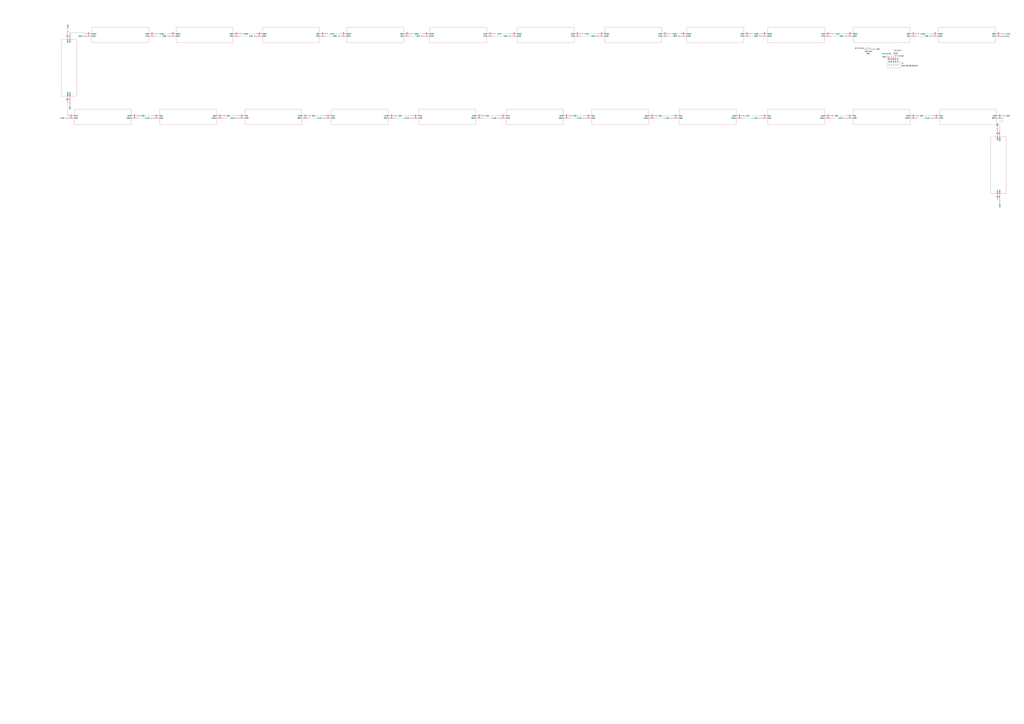
<source format=kicad_sch>
(kicad_sch (version 20250114) (generator "eeschema") (generator_version "9.0")
  (paper "A0")
  (lib_symbols
    (symbol "ANC_Symbols:5034800540" (pin_names (offset 0.254))
      (property "Reference" "J" (at 8.89 6.35 0))
      (property "Value" "5034800540" (at 0 0 0))
      (symbol "5034800540_1_1"
        (polyline (pts (xy 5.08 2.54) (xy 5.08 -12.7)) (stroke (width 0.127)))
        (polyline (pts (xy 5.08 -12.7) (xy 12.7 -12.7)) (stroke (width 0.127)))
        (polyline (pts (xy 10.16 0) (xy 5.08 0)) (stroke (width 0.127)))
        (polyline (pts (xy 10.16 0) (xy 8.89 0.8467)) (stroke (width 0.127)))
        (polyline (pts (xy 10.16 0) (xy 8.89 -0.8467)) (stroke (width 0.127)))
        (polyline (pts (xy 10.16 -2.54) (xy 5.08 -2.54)) (stroke (width 0.127)))
        (polyline (pts (xy 10.16 -2.54) (xy 8.89 -1.6933)) (stroke (width 0.127)))
        (polyline (pts (xy 10.16 -2.54) (xy 8.89 -3.3867)) (stroke (width 0.127)))
        (polyline (pts (xy 10.16 -5.08) (xy 5.08 -5.08)) (stroke (width 0.127)))
        (polyline (pts (xy 10.16 -5.08) (xy 8.89 -4.2333)) (stroke (width 0.127)))
        (polyline (pts (xy 10.16 -5.08) (xy 8.89 -5.9267)) (stroke (width 0.127)))
        (polyline (pts (xy 10.16 -7.62) (xy 5.08 -7.62)) (stroke (width 0.127)))
        (polyline (pts (xy 10.16 -7.62) (xy 8.89 -6.7733)) (stroke (width 0.127)))
        (polyline (pts (xy 10.16 -7.62) (xy 8.89 -8.4667)) (stroke (width 0.127)))
        (polyline (pts (xy 10.16 -10.16) (xy 5.08 -10.16)) (stroke (width 0.127)))
        (polyline (pts (xy 10.16 -10.16) (xy 8.89 -9.3133)) (stroke (width 0.127)))
        (polyline (pts (xy 10.16 -10.16) (xy 8.89 -11.0067)) (stroke (width 0.127)))
        (polyline (pts (xy 12.7 2.54) (xy 5.08 2.54)) (stroke (width 0.127)))
        (polyline (pts (xy 12.7 -12.7) (xy 12.7 2.54)) (stroke (width 0.127)))
        (pin unspecified line (at 0 0 0) (length 5.08) (name "1") (number "1"))
        (pin unspecified line (at 0 -2.54 0) (length 5.08) (name "2") (number "2"))
        (pin unspecified line (at 0 -5.08 0) (length 5.08) (name "3") (number "3"))
        (pin unspecified line (at 0 -7.62 0) (length 5.08) (name "4") (number "4"))
        (pin unspecified line (at 0 -10.16 0) (length 5.08) (name "5") (number "5"))
      )
      (symbol "5034800540_1_2"
        (polyline (pts (xy 5.08 2.54) (xy 5.08 -12.7)) (stroke (width 0.127)))
        (polyline (pts (xy 5.08 -12.7) (xy 12.7 -12.7)) (stroke (width 0.127)))
        (polyline (pts (xy 7.62 0) (xy 5.08 0)) (stroke (width 0.127)))
        (polyline (pts (xy 7.62 0) (xy 8.89 0.8467)) (stroke (width 0.127)))
        (polyline (pts (xy 7.62 0) (xy 8.89 -0.8467)) (stroke (width 0.127)))
        (polyline (pts (xy 7.62 -2.54) (xy 5.08 -2.54)) (stroke (width 0.127)))
        (polyline (pts (xy 7.62 -2.54) (xy 8.89 -1.6933)) (stroke (width 0.127)))
        (polyline (pts (xy 7.62 -2.54) (xy 8.89 -3.3867)) (stroke (width 0.127)))
        (polyline (pts (xy 7.62 -5.08) (xy 5.08 -5.08)) (stroke (width 0.127)))
        (polyline (pts (xy 7.62 -5.08) (xy 8.89 -4.2333)) (stroke (width 0.127)))
        (polyline (pts (xy 7.62 -5.08) (xy 8.89 -5.9267)) (stroke (width 0.127)))
        (polyline (pts (xy 7.62 -7.62) (xy 5.08 -7.62)) (stroke (width 0.127)))
        (polyline (pts (xy 7.62 -7.62) (xy 8.89 -6.7733)) (stroke (width 0.127)))
        (polyline (pts (xy 7.62 -7.62) (xy 8.89 -8.4667)) (stroke (width 0.127)))
        (polyline (pts (xy 7.62 -10.16) (xy 5.08 -10.16)) (stroke (width 0.127)))
        (polyline (pts (xy 7.62 -10.16) (xy 8.89 -9.3133)) (stroke (width 0.127)))
        (polyline (pts (xy 7.62 -10.16) (xy 8.89 -11.0067)) (stroke (width 0.127)))
        (polyline (pts (xy 12.7 2.54) (xy 5.08 2.54)) (stroke (width 0.127)))
        (polyline (pts (xy 12.7 -12.7) (xy 12.7 2.54)) (stroke (width 0.127)))
        (pin unspecified line (at 0 0 0) (length 5.08) (name "1") (number "1"))
        (pin unspecified line (at 0 -2.54 0) (length 5.08) (name "2") (number "2"))
        (pin unspecified line (at 0 -5.08 0) (length 5.08) (name "3") (number "3"))
        (pin unspecified line (at 0 -7.62 0) (length 5.08) (name "4") (number "4"))
        (pin unspecified line (at 0 -10.16 0) (length 5.08) (name "5") (number "5"))
      )
    )
    (symbol "ANC_Symbols:IPIXEL_SK6805-E-J" (pin_names (offset 0.254))
      (property "Reference" "LED" (at 40.64 12.7 0))
      (property "Value" "IPIXEL SK6805-E-J" (at 40.64 10.16 0))
      (symbol "IPIXEL_SK6805-E-J_0_1"
        (polyline (pts (xy 7.62 7.62) (xy 7.62 -10.16)) (stroke (width 0.127)))
        (polyline (pts (xy 7.62 -10.16) (xy 73.66 -10.16)) (stroke (width 0.127)))
        (polyline (pts (xy 73.66 7.62) (xy 7.62 7.62)) (stroke (width 0.127)))
        (polyline (pts (xy 73.66 -10.16) (xy 73.66 7.62)) (stroke (width 0.127)))
        (pin input line (at 0 0 0) (length 7.62) (name "DIN") (number "1"))
        (pin power_in line (at 0 -2.54 0) (length 7.62) (name "VDD") (number "2"))
        (pin power_out line (at 81.28 0 180) (length 7.62) (name "GND") (number "4"))
        (pin output line (at 81.28 -2.54 180) (length 7.62) (name "DOUT") (number "3"))
      )
    )
    (symbol "Switch:SW_Push" (pin_numbers (hide yes)) (pin_names (offset 1.016) (hide yes))
      (property "Reference" "SW" (at 1.27 2.54 0))
      (property "Value" "SW_Push" (at 0 -1.524 0))
      (symbol "SW_Push_0_1"
        (circle (center -2.032 0) (radius 0.508))
        (polyline (pts (xy 0 1.27) (xy 0 3.048)))
        (circle (center 2.032 0) (radius 0.508))
        (polyline (pts (xy 2.54 1.27) (xy -2.54 1.27)))
        (pin passive line (at -5.08 0 0) (length 2.54) (name "1") (number "1"))
        (pin passive line (at 5.08 0 180) (length 2.54) (name "2") (number "2"))
      )
    )
    (symbol "power:+3.3V" (power) (pin_numbers (hide yes)) (pin_names (offset 0) (hide yes))
      (property "Value" "+3.3V" (at 0 3.556 0))
      (symbol "+3.3V_0_1"
        (polyline (pts (xy -0.762 1.27) (xy 0 2.54)))
        (polyline (pts (xy 0 2.54) (xy 0.762 1.27)))
        (polyline (pts (xy 0 0) (xy 0 2.54)))
      )
      (symbol "+3.3V_1_1"
        (pin power_in line (at 0 0 90) (length 0) (name "~") (number "1"))
      )
    )
    (symbol "power:GND" (power) (pin_numbers (hide yes)) (pin_names (offset 0) (hide yes))
      (property "Value" "GND" (at 0 -3.81 0))
      (symbol "GND_0_1"
        (polyline (pts (xy 0 0) (xy 0 -1.27) (xy 1.27 -1.27) (xy 0 -2.54) (xy -1.27 -1.27) (xy 0 -1.27)))
      )
      (symbol "GND_1_1"
        (pin power_in line (at 0 0 270) (length 0) (name "~") (number "1"))
      )
    )
  )
  (wire (pts (xy 1064.26 41.91) (xy 1073.15 41.91)))
  (wire (pts (xy 877.57 39.37) (xy 883.92 39.37)))
  (wire (pts (xy 1073.15 39.37) (xy 1082.04 39.37)))
  (wire (pts (xy 1035.05 63.5) (xy 1035.05 66.04)))
  (wire (pts (xy 975.36 137.16) (xy 975.36 134.62)))
  (wire (pts (xy 661.67 137.16) (xy 670.56 137.16)))
  (wire (pts (xy 287.02 39.37) (xy 297.18 39.37)))
  (wire (pts (xy 783.59 41.91) (xy 783.59 39.37)))
  (wire (pts (xy 572.77 41.91) (xy 584.2 41.91)))
  (wire (pts (xy 775.97 41.91) (xy 783.59 41.91)))
  (wire (pts (xy 674.37 41.91) (xy 685.8 41.91)))
  (wire (pts (xy 862.33 137.16) (xy 873.76 137.16)))
  (wire (pts (xy 269.24 137.16) (xy 269.24 134.62)))
  (wire (pts (xy 482.6 39.37) (xy 491.49 39.37)))
  (wire (pts (xy 287.02 41.91) (xy 287.02 39.37)))
  (wire (pts (xy 1164.59 140.97) (xy 1164.59 137.16)))
  (wire (pts (xy 78.74 119.38) (xy 78.74 134.62)))
  (wire (pts (xy 458.47 137.16) (xy 469.9 137.16)))
  (wire (pts (xy 670.56 137.16) (xy 670.56 134.62)))
  (wire (pts (xy 388.62 41.91) (xy 388.62 39.37)))
  (wire (pts (xy 189.23 41.91) (xy 189.23 39.37)))
  (wire (pts (xy 388.62 39.37) (xy 394.97 39.37)))
  (wire (pts (xy 259.08 137.16) (xy 269.24 137.16)))
  (wire (pts (xy 1074.42 134.62) (xy 1083.31 134.62)))
  (wire (pts (xy 180.34 41.91) (xy 189.23 41.91)))
  (wire (pts (xy 1163.32 43.18) (xy 1163.32 41.91)))
  (wire (pts (xy 965.2 41.91) (xy 975.36 41.91)))
  (wire (pts (xy 975.36 41.91) (xy 975.36 39.37)))
  (wire (pts (xy 873.76 134.62) (xy 883.92 134.62)))
  (wire (pts (xy 160.02 137.16) (xy 168.91 137.16)))
  (wire (pts (xy 783.59 39.37) (xy 789.94 39.37)))
  (wire (pts (xy 168.91 134.62) (xy 177.8 134.62)))
  (wire (pts (xy 168.91 137.16) (xy 168.91 134.62)))
  (wire (pts (xy 81.28 38.1) (xy 99.06 38.1)))
  (wire (pts (xy 570.23 134.62) (xy 580.39 134.62)))
  (wire (pts (xy 975.36 39.37) (xy 982.98 39.37)))
  (wire (pts (xy 278.13 41.91) (xy 287.02 41.91)))
  (wire (pts (xy 584.2 39.37) (xy 593.09 39.37)))
  (wire (pts (xy 469.9 134.62) (xy 478.79 134.62)))
  (wire (pts (xy 1064.26 137.16) (xy 1074.42 137.16)))
  (wire (pts (xy 760.73 137.16) (xy 770.89 137.16)))
  (wire (pts (xy 1160.78 140.97) (xy 1164.59 140.97)))
  (wire (pts (xy 685.8 41.91) (xy 685.8 39.37)))
  (wire (pts (xy 560.07 137.16) (xy 570.23 137.16)))
  (wire (pts (xy 965.2 137.16) (xy 975.36 137.16)))
  (wire (pts (xy 877.57 41.91) (xy 877.57 39.37)))
  (wire (pts (xy 482.6 41.91) (xy 482.6 39.37)))
  (wire (pts (xy 1074.42 137.16) (xy 1074.42 134.62)))
  (wire (pts (xy 770.89 134.62) (xy 781.05 134.62)))
  (wire (pts (xy 570.23 137.16) (xy 570.23 134.62)))
  (wire (pts (xy 873.76 137.16) (xy 873.76 134.62)))
  (wire (pts (xy 378.46 41.91) (xy 388.62 41.91)))
  (wire (pts (xy 975.36 134.62) (xy 982.98 134.62)))
  (wire (pts (xy 367.03 134.62) (xy 377.19 134.62)))
  (wire (pts (xy 476.25 41.91) (xy 482.6 41.91)))
  (wire (pts (xy 269.24 134.62) (xy 276.86 134.62)))
  (wire (pts (xy 871.22 41.91) (xy 877.57 41.91)))
  (wire (pts (xy 189.23 39.37) (xy 196.85 39.37)))
  (wire (pts (xy 1037.59 59.69) (xy 1037.59 66.04)))
  (wire (pts (xy 1073.15 41.91) (xy 1073.15 39.37)))
  (wire (pts (xy 358.14 137.16) (xy 367.03 137.16)))
  (wire (pts (xy 1160.78 151.13) (xy 1160.78 140.97)))
  (wire (pts (xy 685.8 39.37) (xy 694.69 39.37)))
  (wire (pts (xy 367.03 137.16) (xy 367.03 134.62)))
  (wire (pts (xy 584.2 41.91) (xy 584.2 39.37)))
  (wire (pts (xy 99.06 38.1) (xy 99.06 39.37)))
  (wire (pts (xy 469.9 137.16) (xy 469.9 134.62)))
  (wire (pts (xy 670.56 134.62) (xy 679.45 134.62)))
  (wire (pts (xy 770.89 137.16) (xy 770.89 134.62)))
  (label "BTN_SENSE" (at 1035.05 63.5 180))
  (label "LED_DATA" (at 1163.32 43.18 0))
  (label "LED_DATA" (at 1037.59 59.69 0))
  (label "BTN_SENSE" (at 1003.3 57.15 180))
  (symbol (lib_id "power:GND") (at 259.08 134.62 90) (unit 1)
    (property "Reference" "#PWR031" (effects (hide yes)))
    (property "Value" "GND" (at 262.89 134.6201 90) (effects (justify right)))
    (property "Description" "Power symbol creates a global label with name \"GND\" , ground" (effects (hide yes)))
  )
  (symbol (lib_id "ANC_Symbols:IPIXEL_SK6805-E-J") (at 377.19 134.62 0) (unit 1)
    (property "Reference" "D16" (effects (hide yes)))
    (property "Value" "SK6805" (effects (hide yes)))
    (property "Footprint" "IPIXEL SK6805-E-J_ADA" (effects (hide yes)))
    (property "Datasheet" "IPIXEL SK6805-E-J" (effects (hide yes)))
    (property "Description" "RGB LED with integrated controller" (effects (hide yes)))
  )
  (symbol (lib_id "ANC_Symbols:IPIXEL_SK6805-E-J") (at 81.28 38.1 270) (unit 1)
    (property "Reference" "D12" (effects (hide yes)))
    (property "Value" "SK6805" (effects (hide yes)))
    (property "Footprint" "IPIXEL SK6805-E-J_ADA" (effects (hide yes)))
    (property "Datasheet" "IPIXEL SK6805-E-J" (effects (hide yes)))
    (property "Description" "RGB LED with integrated controller" (effects (hide yes)))
  )
  (symbol (lib_id "power:GND") (at 560.07 134.62 90) (unit 1)
    (property "Reference" "#PWR037" (effects (hide yes)))
    (property "Value" "GND" (at 563.88 134.6201 90) (effects (justify right)))
    (property "Description" "Power symbol creates a global label with name \"GND\" , ground" (effects (hide yes)))
  )
  (symbol (lib_id "power:GND") (at 661.67 134.62 90) (unit 1)
    (property "Reference" "#PWR039" (effects (hide yes)))
    (property "Value" "GND" (at 665.48 134.6201 90) (effects (justify right)))
    (property "Description" "Power symbol creates a global label with name \"GND\" , ground" (effects (hide yes)))
  )
  (symbol (lib_id "power:GND") (at 965.2 134.62 90) (unit 1)
    (property "Reference" "#PWR045" (effects (hide yes)))
    (property "Value" "GND" (at 969.01 134.6201 90) (effects (justify right)))
    (property "Description" "Power symbol creates a global label with name \"GND\" , ground" (effects (hide yes)))
  )
  (symbol (lib_id "power:+3.3V") (at 871.22 39.37 270) (unit 1)
    (property "Reference" "#PWR011" (effects (hide yes)))
    (property "Value" "+3.3V" (at 875.03 39.3699 90) (effects (justify left)))
    (property "Description" "Power symbol creates a global label with name \"+3.3V\"" (effects (hide yes)))
  )
  (symbol (lib_id "power:+3.3V") (at 781.05 137.16 90) (unit 1)
    (property "Reference" "#PWR042" (effects (hide yes)))
    (property "Value" "+3.3V" (at 777.24 137.1601 90) (effects (justify left)))
    (property "Description" "Power symbol creates a global label with name \"+3.3V\"" (effects (hide yes)))
  )
  (symbol (lib_id "ANC_Symbols:IPIXEL_SK6805-E-J") (at 1158.24 232.41 90) (unit 1)
    (property "Reference" "D24" (effects (hide yes)))
    (property "Value" "SK6805" (effects (hide yes)))
    (property "Footprint" "IPIXEL SK6805-E-J_ADA" (effects (hide yes)))
    (property "Datasheet" "IPIXEL SK6805-E-J" (effects (hide yes)))
    (property "Description" "RGB LED with integrated controller" (effects (hide yes)))
  )
  (symbol (lib_id "power:+3.3V") (at 580.39 137.16 90) (unit 1)
    (property "Reference" "#PWR038" (effects (hide yes)))
    (property "Value" "+3.3V" (at 576.58 137.1601 90) (effects (justify left)))
    (property "Description" "Power symbol creates a global label with name \"+3.3V\"" (effects (hide yes)))
  )
  (symbol (lib_id "power:+3.3V") (at 572.77 39.37 270) (unit 1)
    (property "Reference" "#PWR017" (effects (hide yes)))
    (property "Value" "+3.3V" (at 576.58 39.3699 90) (effects (justify left)))
    (property "Description" "Power symbol creates a global label with name \"+3.3V\"" (effects (hide yes)))
  )
  (symbol (lib_id "ANC_Symbols:IPIXEL_SK6805-E-J") (at 775.97 41.91 180) (unit 1)
    (property "Reference" "D5" (effects (hide yes)))
    (property "Value" "SK6805" (effects (hide yes)))
    (property "Footprint" "IPIXEL SK6805-E-J_ADA" (effects (hide yes)))
    (property "Datasheet" "IPIXEL SK6805-E-J" (effects (hide yes)))
    (property "Description" "RGB LED with integrated controller" (effects (hide yes)))
  )
  (symbol (lib_id "power:GND") (at 760.73 134.62 90) (unit 1)
    (property "Reference" "#PWR041" (effects (hide yes)))
    (property "Value" "GND" (at 764.54 134.6201 90) (effects (justify right)))
    (property "Description" "Power symbol creates a global label with name \"GND\" , ground" (effects (hide yes)))
  )
  (symbol (lib_id "ANC_Symbols:IPIXEL_SK6805-E-J") (at 674.37 41.91 180) (unit 1)
    (property "Reference" "D6" (effects (hide yes)))
    (property "Value" "SK6805" (effects (hide yes)))
    (property "Footprint" "IPIXEL SK6805-E-J_ADA" (effects (hide yes)))
    (property "Datasheet" "IPIXEL SK6805-E-J" (effects (hide yes)))
    (property "Description" "RGB LED with integrated controller" (effects (hide yes)))
  )
  (symbol (lib_id "power:+3.3V") (at 982.98 137.16 90) (unit 1)
    (property "Reference" "#PWR046" (effects (hide yes)))
    (property "Value" "+3.3V" (at 979.17 137.1601 90) (effects (justify left)))
    (property "Description" "Power symbol creates a global label with name \"+3.3V\"" (effects (hide yes)))
  )
  (symbol (lib_id "power:GND") (at 1164.59 134.62 90) (unit 1)
    (property "Reference" "#PWR049" (effects (hide yes)))
    (property "Value" "GND" (at 1168.4 134.6201 90) (effects (justify right)))
    (property "Description" "Power symbol creates a global label with name \"GND\" , ground" (effects (hide yes)))
  )
  (symbol (lib_id "ANC_Symbols:IPIXEL_SK6805-E-J") (at 1083.31 134.62 0) (unit 1)
    (property "Reference" "D23" (effects (hide yes)))
    (property "Value" "SK6805" (effects (hide yes)))
    (property "Footprint" "IPIXEL SK6805-E-J_ADA" (effects (hide yes)))
    (property "Datasheet" "IPIXEL SK6805-E-J" (effects (hide yes)))
    (property "Description" "RGB LED with integrated controller" (effects (hide yes)))
  )
  (symbol (lib_id "power:+3.3V") (at 478.79 137.16 90) (unit 1)
    (property "Reference" "#PWR036" (effects (hide yes)))
    (property "Value" "+3.3V" (at 474.98 137.1601 90) (effects (justify left)))
    (property "Description" "Power symbol creates a global label with name \"+3.3V\"" (effects (hide yes)))
  )
  (symbol (lib_id "power:GND") (at 99.06 41.91 270) (unit 1)
    (property "Reference" "#PWR024" (effects (hide yes)))
    (property "Value" "GND" (at 95.25 41.9099 90) (effects (justify right)))
    (property "Description" "Power symbol creates a global label with name \"GND\" , ground" (effects (hide yes)))
  )
  (symbol (lib_id "ANC_Symbols:IPIXEL_SK6805-E-J") (at 781.05 134.62 0) (unit 1)
    (property "Reference" "D20" (effects (hide yes)))
    (property "Value" "SK6805" (effects (hide yes)))
    (property "Footprint" "IPIXEL SK6805-E-J_ADA" (effects (hide yes)))
    (property "Datasheet" "IPIXEL SK6805-E-J" (effects (hide yes)))
    (property "Description" "RGB LED with integrated controller" (effects (hide yes)))
  )
  (symbol (lib_id "power:+3.3V") (at 965.2 39.37 270) (unit 1)
    (property "Reference" "#PWR09" (effects (hide yes)))
    (property "Value" "+3.3V" (at 969.01 39.3699 90) (effects (justify left)))
    (property "Description" "Power symbol creates a global label with name \"+3.3V\"" (effects (hide yes)))
  )
  (symbol (lib_id "ANC_Symbols:IPIXEL_SK6805-E-J") (at 883.92 134.62 0) (unit 1)
    (property "Reference" "D21" (effects (hide yes)))
    (property "Value" "SK6805" (effects (hide yes)))
    (property "Footprint" "IPIXEL SK6805-E-J_ADA" (effects (hide yes)))
    (property "Datasheet" "IPIXEL SK6805-E-J" (effects (hide yes)))
    (property "Description" "RGB LED with integrated controller" (effects (hide yes)))
  )
  (symbol (lib_id "ANC_Symbols:IPIXEL_SK6805-E-J") (at 965.2 41.91 180) (unit 1)
    (property "Reference" "D3" (effects (hide yes)))
    (property "Value" "SK6805" (effects (hide yes)))
    (property "Footprint" "IPIXEL SK6805-E-J_ADA" (effects (hide yes)))
    (property "Datasheet" "IPIXEL SK6805-E-J" (effects (hide yes)))
    (property "Description" "RGB LED with integrated controller" (effects (hide yes)))
  )
  (symbol (lib_id "power:+3.3V") (at 775.97 39.37 270) (unit 1)
    (property "Reference" "#PWR013" (effects (hide yes)))
    (property "Value" "+3.3V" (at 779.78 39.3699 90) (effects (justify left)))
    (property "Description" "Power symbol creates a global label with name \"+3.3V\"" (effects (hide yes)))
  )
  (symbol (lib_id "power:GND") (at 81.28 119.38 0) (unit 1)
    (property "Reference" "#PWR026" (effects (hide yes)))
    (property "Value" "GND" (at 81.2799 123.19 90) (effects (justify right)))
    (property "Description" "Power symbol creates a global label with name \"GND\" , ground" (effects (hide yes)))
  )
  (symbol (lib_id "ANC_Symbols:IPIXEL_SK6805-E-J") (at 982.98 134.62 0) (unit 1)
    (property "Reference" "D22" (effects (hide yes)))
    (property "Value" "SK6805" (effects (hide yes)))
    (property "Footprint" "IPIXEL SK6805-E-J_ADA" (effects (hide yes)))
    (property "Datasheet" "IPIXEL SK6805-E-J" (effects (hide yes)))
    (property "Description" "RGB LED with integrated controller" (effects (hide yes)))
  )
  (symbol (lib_id "power:+3.3V") (at 1083.31 137.16 90) (unit 1)
    (property "Reference" "#PWR048" (effects (hide yes)))
    (property "Value" "+3.3V" (at 1079.5 137.1601 90) (effects (justify left)))
    (property "Description" "Power symbol creates a global label with name \"+3.3V\"" (effects (hide yes)))
  )
  (symbol (lib_id "power:GND") (at 1032.51 66.04 270) (unit 1)
    (property "Reference" "#PWR04" (effects (hide yes)))
    (property "Value" "GND" (at 1028.7 66.0399 90) (effects (justify right)))
    (property "Description" "Power symbol creates a global label with name \"GND\" , ground" (effects (hide yes)))
  )
  (symbol (lib_id "power:GND") (at 491.49 41.91 270) (unit 1)
    (property "Reference" "#PWR016" (effects (hide yes)))
    (property "Value" "GND" (at 487.68 41.9099 90) (effects (justify right)))
    (property "Description" "Power symbol creates a global label with name \"GND\" , ground" (effects (hide yes)))
  )
  (symbol (lib_id "power:GND") (at 160.02 134.62 90) (unit 1)
    (property "Reference" "#PWR028" (effects (hide yes)))
    (property "Value" "GND" (at 163.83 134.6201 90) (effects (justify right)))
    (property "Description" "Power symbol creates a global label with name \"GND\" , ground" (effects (hide yes)))
  )
  (symbol (lib_id "power:GND") (at 982.98 41.91 270) (unit 1)
    (property "Reference" "#PWR01" (effects (hide yes)))
    (property "Value" "GND" (at 979.17 41.9099 90) (effects (justify right)))
    (property "Description" "Power symbol creates a global label with name \"GND\" , ground" (effects (hide yes)))
  )
  (symbol (lib_id "power:GND") (at 394.97 41.91 270) (unit 1)
    (property "Reference" "#PWR018" (effects (hide yes)))
    (property "Value" "GND" (at 391.16 41.9099 90) (effects (justify right)))
    (property "Description" "Power symbol creates a global label with name \"GND\" , ground" (effects (hide yes)))
  )
  (symbol (lib_id "ANC_Symbols:IPIXEL_SK6805-E-J") (at 572.77 41.91 180) (unit 1)
    (property "Reference" "D7" (effects (hide yes)))
    (property "Value" "SK6805" (effects (hide yes)))
    (property "Footprint" "IPIXEL SK6805-E-J_ADA" (effects (hide yes)))
    (property "Datasheet" "IPIXEL SK6805-E-J" (effects (hide yes)))
    (property "Description" "RGB LED with integrated controller" (effects (hide yes)))
  )
  (symbol (lib_id "power:+3.3V") (at 378.46 39.37 270) (unit 1)
    (property "Reference" "#PWR021" (effects (hide yes)))
    (property "Value" "+3.3V" (at 382.27 39.3699 90) (effects (justify left)))
    (property "Description" "Power symbol creates a global label with name \"+3.3V\"" (effects (hide yes)))
  )
  (symbol (lib_id "ANC_Symbols:IPIXEL_SK6805-E-J") (at 478.79 134.62 0) (unit 1)
    (property "Reference" "D17" (effects (hide yes)))
    (property "Value" "SK6805" (effects (hide yes)))
    (property "Footprint" "IPIXEL SK6805-E-J_ADA" (effects (hide yes)))
    (property "Datasheet" "IPIXEL SK6805-E-J" (effects (hide yes)))
    (property "Description" "RGB LED with integrated controller" (effects (hide yes)))
  )
  (symbol (lib_id "ANC_Symbols:IPIXEL_SK6805-E-J") (at 1064.26 41.91 180) (unit 1)
    (property "Reference" "D2" (effects (hide yes)))
    (property "Value" "SK6805" (effects (hide yes)))
    (property "Footprint" "IPIXEL SK6805-E-J_ADA" (effects (hide yes)))
    (property "Datasheet" "IPIXEL SK6805-E-J" (effects (hide yes)))
    (property "Description" "RGB LED with integrated controller" (effects (hide yes)))
  )
  (symbol (lib_id "power:+3.3V") (at 276.86 137.16 90) (unit 1)
    (property "Reference" "#PWR032" (effects (hide yes)))
    (property "Value" "+3.3V" (at 273.05 137.1601 90) (effects (justify left)))
    (property "Description" "Power symbol creates a global label with name \"+3.3V\"" (effects (hide yes)))
  )
  (symbol (lib_id "power:+3.3V") (at 1163.32 39.37 270) (unit 1)
    (property "Reference" "#PWR07" (effects (hide yes)))
    (property "Value" "+3.3V" (at 1167.13 39.3699 90) (effects (justify left)))
    (property "Description" "Power symbol creates a global label with name \"+3.3V\"" (effects (hide yes)))
  )
  (symbol (lib_id "power:GND") (at 1082.04 41.91 270) (unit 1)
    (property "Reference" "#PWR06" (effects (hide yes)))
    (property "Value" "GND" (at 1078.23 41.9099 90) (effects (justify right)))
    (property "Description" "Power symbol creates a global label with name \"GND\" , ground" (effects (hide yes)))
  )
  (symbol (lib_id "ANC_Symbols:IPIXEL_SK6805-E-J") (at 871.22 41.91 180) (unit 1)
    (property "Reference" "D4" (effects (hide yes)))
    (property "Value" "SK6805" (effects (hide yes)))
    (property "Footprint" "IPIXEL SK6805-E-J_ADA" (effects (hide yes)))
    (property "Datasheet" "IPIXEL SK6805-E-J" (effects (hide yes)))
    (property "Description" "RGB LED with integrated controller" (effects (hide yes)))
  )
  (symbol (lib_id "power:+3.3V") (at 177.8 137.16 90) (unit 1)
    (property "Reference" "#PWR030" (effects (hide yes)))
    (property "Value" "+3.3V" (at 173.99 137.1601 90) (effects (justify left)))
    (property "Description" "Power symbol creates a global label with name \"+3.3V\"" (effects (hide yes)))
  )
  (symbol (lib_id "power:+3.3V") (at 1160.78 232.41 180) (unit 1)
    (property "Reference" "#PWR050" (effects (hide yes)))
    (property "Value" "+3.3V" (at 1160.7801 236.22 90) (effects (justify left)))
    (property "Description" "Power symbol creates a global label with name \"+3.3V\"" (effects (hide yes)))
  )
  (symbol (lib_id "power:+3.3V") (at 1042.67 66.04 0) (unit 1)
    (property "Reference" "#PWR02" (effects (hide yes)))
    (property "Value" "+3.3V" (at 1046.48 65.024 0))
    (property "Description" "Power symbol creates a global label with name \"+3.3V\"" (effects (hide yes)))
  )
  (symbol (lib_id "power:GND") (at 1158.24 151.13 180) (unit 1)
    (property "Reference" "#PWR051" (effects (hide yes)))
    (property "Value" "GND" (at 1158.2401 147.32 90) (effects (justify right)))
    (property "Description" "Power symbol creates a global label with name \"GND\" , ground" (effects (hide yes)))
  )
  (symbol (lib_id "ANC_Symbols:IPIXEL_SK6805-E-J") (at 177.8 134.62 0) (unit 1)
    (property "Reference" "D14" (effects (hide yes)))
    (property "Value" "SK6805" (effects (hide yes)))
    (property "Footprint" "IPIXEL SK6805-E-J_ADA" (effects (hide yes)))
    (property "Datasheet" "IPIXEL SK6805-E-J" (effects (hide yes)))
    (property "Description" "RGB LED with integrated controller" (effects (hide yes)))
  )
  (symbol (lib_id "ANC_Symbols:IPIXEL_SK6805-E-J") (at 278.13 41.91 180) (unit 1)
    (property "Reference" "D10" (effects (hide yes)))
    (property "Value" "SK6805" (effects (hide yes)))
    (property "Footprint" "IPIXEL SK6805-E-J_ADA" (effects (hide yes)))
    (property "Datasheet" "IPIXEL SK6805-E-J" (effects (hide yes)))
    (property "Description" "RGB LED with integrated controller" (effects (hide yes)))
  )
  (symbol (lib_id "power:GND") (at 1064.26 134.62 90) (unit 1)
    (property "Reference" "#PWR047" (effects (hide yes)))
    (property "Value" "GND" (at 1068.07 134.6201 90) (effects (justify right)))
    (property "Description" "Power symbol creates a global label with name \"GND\" , ground" (effects (hide yes)))
  )
  (symbol (lib_id "power:+3.3V") (at 1064.26 39.37 270) (unit 1)
    (property "Reference" "#PWR05" (effects (hide yes)))
    (property "Value" "+3.3V" (at 1068.07 39.3699 90) (effects (justify left)))
    (property "Description" "Power symbol creates a global label with name \"+3.3V\"" (effects (hide yes)))
  )
  (symbol (lib_id "ANC_Symbols:IPIXEL_SK6805-E-J") (at 580.39 134.62 0) (unit 1)
    (property "Reference" "D18" (effects (hide yes)))
    (property "Value" "SK6805" (effects (hide yes)))
    (property "Footprint" "IPIXEL SK6805-E-J_ADA" (effects (hide yes)))
    (property "Datasheet" "IPIXEL SK6805-E-J" (effects (hide yes)))
    (property "Description" "RGB LED with integrated controller" (effects (hide yes)))
  )
  (symbol (lib_id "power:GND") (at 1040.13 66.04 180) (unit 1)
    (property "Reference" "#PWR03" (effects (hide yes)))
    (property "Value" "GND" (at 1040.13 61.976 0))
    (property "Description" "Power symbol creates a global label with name \"GND\" , ground" (effects (hide yes)))
  )
  (symbol (lib_id "power:GND") (at 862.33 134.62 90) (unit 1)
    (property "Reference" "#PWR043" (effects (hide yes)))
    (property "Value" "GND" (at 866.14 134.6201 90) (effects (justify right)))
    (property "Description" "Power symbol creates a global label with name \"GND\" , ground" (effects (hide yes)))
  )
  (symbol (lib_id "ANC_Symbols:IPIXEL_SK6805-E-J") (at 276.86 134.62 0) (unit 1)
    (property "Reference" "D15" (effects (hide yes)))
    (property "Value" "SK6805" (effects (hide yes)))
    (property "Footprint" "IPIXEL SK6805-E-J_ADA" (effects (hide yes)))
    (property "Datasheet" "IPIXEL SK6805-E-J" (effects (hide yes)))
    (property "Description" "RGB LED with integrated controller" (effects (hide yes)))
  )
  (symbol (lib_id "ANC_Symbols:IPIXEL_SK6805-E-J") (at 378.46 41.91 180) (unit 1)
    (property "Reference" "D9" (effects (hide yes)))
    (property "Value" "SK6805" (effects (hide yes)))
    (property "Footprint" "IPIXEL SK6805-E-J_ADA" (effects (hide yes)))
    (property "Datasheet" "IPIXEL SK6805-E-J" (effects (hide yes)))
    (property "Description" "RGB LED with integrated controller" (effects (hide yes)))
  )
  (symbol (lib_id "power:GND") (at 694.69 41.91 270) (unit 1)
    (property "Reference" "#PWR012" (effects (hide yes)))
    (property "Value" "GND" (at 690.88 41.9099 90) (effects (justify right)))
    (property "Description" "Power symbol creates a global label with name \"GND\" , ground" (effects (hide yes)))
  )
  (symbol (lib_id "power:GND") (at 593.09 41.91 270) (unit 1)
    (property "Reference" "#PWR014" (effects (hide yes)))
    (property "Value" "GND" (at 589.28 41.9099 90) (effects (justify right)))
    (property "Description" "Power symbol creates a global label with name \"GND\" , ground" (effects (hide yes)))
  )
  (symbol (lib_id "power:+3.3V") (at 883.92 137.16 90) (unit 1)
    (property "Reference" "#PWR044" (effects (hide yes)))
    (property "Value" "+3.3V" (at 880.11 137.1601 90) (effects (justify left)))
    (property "Description" "Power symbol creates a global label with name \"+3.3V\"" (effects (hide yes)))
  )
  (symbol (lib_id "ANC_Symbols:IPIXEL_SK6805-E-J") (at 476.25 41.91 180) (unit 1)
    (property "Reference" "D8" (effects (hide yes)))
    (property "Value" "SK6805" (effects (hide yes)))
    (property "Footprint" "IPIXEL SK6805-E-J_ADA" (effects (hide yes)))
    (property "Datasheet" "IPIXEL SK6805-E-J" (effects (hide yes)))
    (property "Description" "RGB LED with integrated controller" (effects (hide yes)))
  )
  (symbol (lib_id "power:+3.3V") (at 278.13 39.37 270) (unit 1)
    (property "Reference" "#PWR023" (effects (hide yes)))
    (property "Value" "+3.3V" (at 281.94 39.3699 90) (effects (justify left)))
    (property "Description" "Power symbol creates a global label with name \"+3.3V\"" (effects (hide yes)))
  )
  (symbol (lib_id "power:GND") (at 196.85 41.91 270) (unit 1)
    (property "Reference" "#PWR022" (effects (hide yes)))
    (property "Value" "GND" (at 193.04 41.9099 90) (effects (justify right)))
    (property "Description" "Power symbol creates a global label with name \"GND\" , ground" (effects (hide yes)))
  )
  (symbol (lib_id "power:+3.3V") (at 476.25 39.37 270) (unit 1)
    (property "Reference" "#PWR019" (effects (hide yes)))
    (property "Value" "+3.3V" (at 480.06 39.3699 90) (effects (justify left)))
    (property "Description" "Power symbol creates a global label with name \"+3.3V\"" (effects (hide yes)))
  )
  (symbol (lib_id "power:GND") (at 1013.46 57.15 90) (unit 1)
    (property "Reference" "#PWR068" (effects (hide yes)))
    (property "Value" "GND" (at 1017.27 57.1499 90) (effects (justify right)))
    (property "Description" "Power symbol creates a global label with name \"GND\" , ground" (effects (hide yes)))
  )
  (symbol (lib_id "ANC_Symbols:IPIXEL_SK6805-E-J") (at 679.45 134.62 0) (unit 1)
    (property "Reference" "D19" (effects (hide yes)))
    (property "Value" "SK6805" (effects (hide yes)))
    (property "Footprint" "IPIXEL SK6805-E-J_ADA" (effects (hide yes)))
    (property "Datasheet" "IPIXEL SK6805-E-J" (effects (hide yes)))
    (property "Description" "RGB LED with integrated controller" (effects (hide yes)))
  )
  (symbol (lib_id "ANC_Symbols:5034800540") (at 1042.67 66.04 270) (unit 1)
    (property "Reference" "J2" (at 1046.48 73.6599 90) (effects (justify left)))
    (property "Value" "Conn_01x06_Socket" (at 1046.48 76.1999 90) (effects (justify left)))
    (property "Footprint" "ANC_Parts:CONN_503480-0540_MOL" (effects (hide yes)))
    (property "Datasheet" "https://www.molex.com/en-us/products/part-detail-pdf/5034800540?display=pdf" (effects (hide yes)))
    (property "Description" "Generic connector, single row, 01x05, script generated" (effects (hide yes)))
  )
  (symbol (lib_id "ANC_Symbols:IPIXEL_SK6805-E-J") (at 180.34 41.91 180) (unit 1)
    (property "Reference" "D11" (effects (hide yes)))
    (property "Value" "SK6805" (effects (hide yes)))
    (property "Footprint" "IPIXEL SK6805-E-J_ADA" (effects (hide yes)))
    (property "Datasheet" "IPIXEL SK6805-E-J" (effects (hide yes)))
    (property "Description" "RGB LED with integrated controller" (effects (hide yes)))
  )
  (symbol (lib_id "power:+3.3V") (at 180.34 39.37 270) (unit 1)
    (property "Reference" "#PWR025" (effects (hide yes)))
    (property "Value" "+3.3V" (at 184.15 39.3699 90) (effects (justify left)))
    (property "Description" "Power symbol creates a global label with name \"+3.3V\"" (effects (hide yes)))
  )
  (symbol (lib_id "power:GND") (at 297.18 41.91 270) (unit 1)
    (property "Reference" "#PWR020" (effects (hide yes)))
    (property "Value" "GND" (at 293.37 41.9099 90) (effects (justify right)))
    (property "Description" "Power symbol creates a global label with name \"GND\" , ground" (effects (hide yes)))
  )
  (symbol (lib_id "Switch:SW_Push") (at 1008.38 57.15 0) (unit 1)
    (property "Reference" "SW1" (at 1008.38 62.23 0))
    (property "Value" "SW_Push" (at 1008.38 59.69 0))
    (property "Footprint" "Button_Switch_SMD:SW_Push_1P1T_NO_CK_KMR2" (effects (hide yes)))
    (property "Description" "Push button switch, generic, two pins" (effects (hide yes)))
  )
  (symbol (lib_id "power:GND") (at 458.47 134.62 90) (unit 1)
    (property "Reference" "#PWR035" (effects (hide yes)))
    (property "Value" "GND" (at 462.28 134.6201 90) (effects (justify right)))
    (property "Description" "Power symbol creates a global label with name \"GND\" , ground" (effects (hide yes)))
  )
  (symbol (lib_id "power:GND") (at 883.92 41.91 270) (unit 1)
    (property "Reference" "#PWR08" (effects (hide yes)))
    (property "Value" "GND" (at 880.11 41.9099 90) (effects (justify right)))
    (property "Description" "Power symbol creates a global label with name \"GND\" , ground" (effects (hide yes)))
  )
  (symbol (lib_id "ANC_Symbols:IPIXEL_SK6805-E-J") (at 78.74 134.62 0) (unit 1)
    (property "Reference" "D13" (effects (hide yes)))
    (property "Value" "SK6805" (effects (hide yes)))
    (property "Footprint" "IPIXEL SK6805-E-J_ADA" (effects (hide yes)))
    (property "Datasheet" "IPIXEL SK6805-E-J" (effects (hide yes)))
    (property "Description" "RGB LED with integrated controller" (effects (hide yes)))
  )
  (symbol (lib_id "power:GND") (at 358.14 134.62 90) (unit 1)
    (property "Reference" "#PWR033" (effects (hide yes)))
    (property "Value" "GND" (at 361.95 134.6201 90) (effects (justify right)))
    (property "Description" "Power symbol creates a global label with name \"GND\" , ground" (effects (hide yes)))
  )
  (symbol (lib_id "power:+3.3V") (at 679.45 137.16 90) (unit 1)
    (property "Reference" "#PWR040" (effects (hide yes)))
    (property "Value" "+3.3V" (at 675.64 137.1601 90) (effects (justify left)))
    (property "Description" "Power symbol creates a global label with name \"+3.3V\"" (effects (hide yes)))
  )
  (symbol (lib_id "power:+3.3V") (at 78.74 137.16 90) (unit 1)
    (property "Reference" "#PWR029" (effects (hide yes)))
    (property "Value" "+3.3V" (at 74.93 137.1601 90) (effects (justify left)))
    (property "Description" "Power symbol creates a global label with name \"+3.3V\"" (effects (hide yes)))
  )
  (symbol (lib_id "power:+3.3V") (at 78.74 38.1 0) (unit 1)
    (property "Reference" "#PWR027" (effects (hide yes)))
    (property "Value" "+3.3V" (at 78.7399 34.29 90) (effects (justify left)))
    (property "Description" "Power symbol creates a global label with name \"+3.3V\"" (effects (hide yes)))
  )
  (symbol (lib_id "power:+3.3V") (at 377.19 137.16 90) (unit 1)
    (property "Reference" "#PWR034" (effects (hide yes)))
    (property "Value" "+3.3V" (at 373.38 137.1601 90) (effects (justify left)))
    (property "Description" "Power symbol creates a global label with name \"+3.3V\"" (effects (hide yes)))
  )
  (symbol (lib_id "power:GND") (at 789.94 41.91 270) (unit 1)
    (property "Reference" "#PWR010" (effects (hide yes)))
    (property "Value" "GND" (at 786.13 41.9099 90) (effects (justify right)))
    (property "Description" "Power symbol creates a global label with name \"GND\" , ground" (effects (hide yes)))
  )
  (symbol (lib_id "ANC_Symbols:IPIXEL_SK6805-E-J") (at 1163.32 41.91 180) (unit 1)
    (property "Reference" "D1" (effects (hide yes)))
    (property "Value" "SK6805" (effects (hide yes)))
    (property "Footprint" "IPIXEL SK6805-E-J_ADA" (effects (hide yes)))
    (property "Datasheet" "IPIXEL SK6805-E-J" (effects (hide yes)))
    (property "Description" "RGB LED with integrated controller" (effects (hide yes)))
  )
  (symbol (lib_id "power:+3.3V") (at 674.37 39.37 270) (unit 1)
    (property "Reference" "#PWR015" (effects (hide yes)))
    (property "Value" "+3.3V" (at 678.18 39.3699 90) (effects (justify left)))
    (property "Description" "Power symbol creates a global label with name \"+3.3V\"" (effects (hide yes)))
  )
)
</source>
